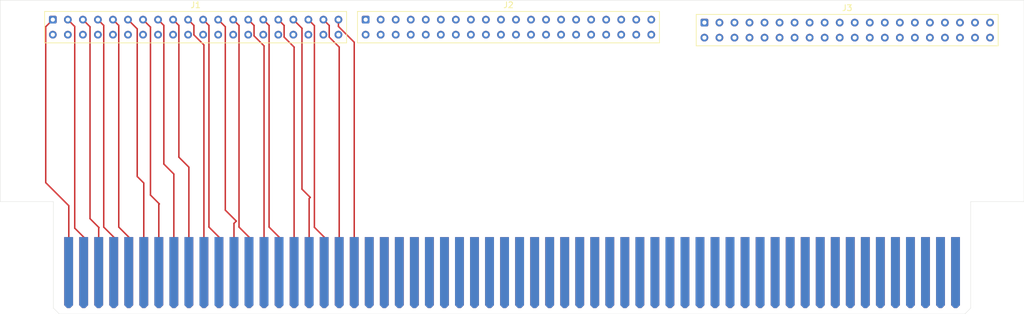
<source format=kicad_pcb>
(kicad_pcb (version 20241229) (generator "pcbnew") (generator_version "9.0")
  (layers (0 "F.Cu" signal) (2 "B.Cu" signal) (13 "F.Paste" user) (15 "B.Paste" user) (5 "F.SilkS" user "F.Silkscreen") (7 "B.SilkS" user "B.Silkscreen") (1 "F.Mask" user) (3 "B.Mask" user) (25 "Edge.Cuts" user))
  (net 0 "")
  (net 1 "74")
  (net 2 "14")
  (net 3 "60")
  (net 4 "11")
  (net 5 "1")
  (net 6 "48")
  (net 7 "27")
  (net 8 "41")
  (net 9 "50")
  (net 10 "63")
  (net 11 "58")
  (net 12 "56")
  (net 13 "46")
  (net 14 "68")
  (net 15 "22")
  (net 16 "64")
  (net 17 "16")
  (net 18 "38")
  (net 19 "28")
  (net 20 "34")
  (net 21 "25")
  (net 22 "32")
  (net 23 "77")
  (net 24 "2")
  (net 25 "76")
  (net 26 "54")
  (net 27 "55")
  (net 28 "66")
  (net 29 "79")
  (net 30 "61")
  (net 31 "12")
  (net 32 "23")
  (net 33 "9")
  (net 34 "43")
  (net 35 "3")
  (net 36 "6")
  (net 37 "17")
  (net 38 "53")
  (net 39 "47")
  (net 40 "18")
  (net 41 "5")
  (net 42 "59")
  (net 43 "57")
  (net 44 "40")
  (net 45 "52")
  (net 46 "15")
  (net 47 "72")
  (net 48 "78")
  (net 49 "70")
  (net 50 "42")
  (net 51 "26")
  (net 52 "44")
  (net 53 "39")
  (net 54 "7")
  (net 55 "31")
  (net 56 "19")
  (net 57 "49")
  (net 58 "29")
  (net 59 "51")
  (net 60 "24")
  (net 61 "20")
  (net 62 "45")
  (net 63 "21")
  (net 64 "8")
  (net 65 "65")
  (net 66 "37")
  (net 67 "69")
  (net 68 "67")
  (net 69 "71")
  (net 70 "120")
  (net 71 "4")
  (net 72 "62")
  (net 73 "30")
  (net 74 "35")
  (net 75 "33")
  (net 76 "73")
  (net 77 "13")
  (net 78 "75")
  (net 79 "10")
  (net 80 "36")
  (net 81 "96")
  (net 82 "82")
  (net 83 "93")
  (net 84 "81")
  (net 85 "94")
  (net 86 "92")
  (net 87 "106")
  (net 88 "109")
  (net 89 "103")
  (net 90 "108")
  (net 91 "110")
  (net 92 "107")
  (net 93 "84")
  (net 94 "116")
  (net 95 "111")
  (net 96 "101")
  (net 97 "80")
  (net 98 "99")
  (net 99 "88")
  (net 100 "102")
  (net 101 "98")
  (net 102 "100")
  (net 103 "112")
  (net 104 "118")
  (net 105 "119")
  (net 106 "97")
  (net 107 "87")
  (net 108 "114")
  (net 109 "86")
  (net 110 "89")
  (net 111 "115")
  (net 112 "83")
  (net 113 "91")
  (net 114 "113")
  (net 115 "104")
  (net 116 "90")
  (net 117 "117")
  (net 118 "105")
  (net 119 "95")
  (net 120 "85")
  (footprint "Connector_Samtec_HLE_THT:Samtec_HLE-120-02-xx-DV-TE_2x20_P2.54mm_Horizontal" (layer "F.Cu") (at 125.16 53.26)
    (property "Reference" "J2" (at 24.13 -2.47 0) (layer "F.SilkS"))
    (property "Value" "2x20")
    (fp_line (start -1.38 -1.38) (end 49.64 -1.38) (stroke (width 0.12)) (layer "F.SilkS"))
    (fp_line (start -1.38 3.92) (end -1.38 -1.38) (stroke (width 0.12)) (layer "F.SilkS"))
    (fp_line (start 49.64 -1.38) (end 49.64 3.92) (stroke (width 0.12)) (layer "F.SilkS"))
    (fp_line (start 49.64 3.92) (end -1.38 3.92) (stroke (width 0.12)) (layer "F.SilkS"))
    (pad "1" thru_hole roundrect (at 0 0) (size 1.31 1.31) (drill 0.71) (layers "*.Cu" "*.Mask") (roundrect_rratio 0.19084) (net 8 "41"))
    (pad "2" thru_hole circle (at 0 2.54) (size 1.31 1.31) (drill 0.71) (layers "*.Cu" "*.Mask") (net 30 "61"))
    (pad "3" thru_hole circle (at 2.54 0) (size 1.31 1.31) (drill 0.71) (layers "*.Cu" "*.Mask") (net 50 "42"))
    (pad "4" thru_hole circle (at 2.54 2.54) (size 1.31 1.31) (drill 0.71) (layers "*.Cu" "*.Mask") (net 72 "62"))
    (pad "5" thru_hole circle (at 5.08 0) (size 1.31 1.31) (drill 0.71) (layers "*.Cu" "*.Mask") (net 34 "43"))
    (pad "6" thru_hole circle (at 5.08 2.54) (size 1.31 1.31) (drill 0.71) (layers "*.Cu" "*.Mask") (net 10 "63"))
    (pad "7" thru_hole circle (at 7.62 0) (size 1.31 1.31) (drill 0.71) (layers "*.Cu" "*.Mask") (net 52 "44"))
    (pad "8" thru_hole circle (at 7.62 2.54) (size 1.31 1.31) (drill 0.71) (layers "*.Cu" "*.Mask") (net 16 "64"))
    (pad "9" thru_hole circle (at 10.16 0) (size 1.31 1.31) (drill 0.71) (layers "*.Cu" "*.Mask") (net 62 "45"))
    (pad "10" thru_hole circle (at 10.16 2.54) (size 1.31 1.31) (drill 0.71) (layers "*.Cu" "*.Mask") (net 65 "65"))
    (pad "11" thru_hole circle (at 12.7 0) (size 1.31 1.31) (drill 0.71) (layers "*.Cu" "*.Mask") (net 13 "46"))
    (pad "12" thru_hole circle (at 12.7 2.54) (size 1.31 1.31) (drill 0.71) (layers "*.Cu" "*.Mask") (net 28 "66"))
    (pad "13" thru_hole circle (at 15.24 0) (size 1.31 1.31) (drill 0.71) (layers "*.Cu" "*.Mask") (net 39 "47"))
    (pad "14" thru_hole circle (at 15.24 2.54) (size 1.31 1.31) (drill 0.71) (layers "*.Cu" "*.Mask") (net 68 "67"))
    (pad "15" thru_hole circle (at 17.78 0) (size 1.31 1.31) (drill 0.71) (layers "*.Cu" "*.Mask") (net 6 "48"))
    (pad "16" thru_hole circle (at 17.78 2.54) (size 1.31 1.31) (drill 0.71) (layers "*.Cu" "*.Mask") (net 14 "68"))
    (pad "17" thru_hole circle (at 20.32 0) (size 1.31 1.31) (drill 0.71) (layers "*.Cu" "*.Mask") (net 57 "49"))
    (pad "18" thru_hole circle (at 20.32 2.54) (size 1.31 1.31) (drill 0.71) (layers "*.Cu" "*.Mask") (net 67 "69"))
    (pad "19" thru_hole circle (at 22.86 0) (size 1.31 1.31) (drill 0.71) (layers "*.Cu" "*.Mask") (net 9 "50"))
    (pad "20" thru_hole circle (at 22.86 2.54) (size 1.31 1.31) (drill 0.71) (layers "*.Cu" "*.Mask") (net 49 "70"))
    (pad "21" thru_hole circle (at 25.4 0) (size 1.31 1.31) (drill 0.71) (layers "*.Cu" "*.Mask") (net 59 "51"))
    (pad "22" thru_hole circle (at 25.4 2.54) (size 1.31 1.31) (drill 0.71) (layers "*.Cu" "*.Mask") (net 69 "71"))
    (pad "23" thru_hole circle (at 27.94 0) (size 1.31 1.31) (drill 0.71) (layers "*.Cu" "*.Mask") (net 45 "52"))
    (pad "24" thru_hole circle (at 27.94 2.54) (size 1.31 1.31) (drill 0.71) (layers "*.Cu" "*.Mask") (net 47 "72"))
    (pad "25" thru_hole circle (at 30.48 0) (size 1.31 1.31) (drill 0.71) (layers "*.Cu" "*.Mask") (net 38 "53"))
    (pad "26" thru_hole circle (at 30.48 2.54) (size 1.31 1.31) (drill 0.71) (layers "*.Cu" "*.Mask") (net 76 "73"))
    (pad "27" thru_hole circle (at 33.02 0) (size 1.31 1.31) (drill 0.71) (layers "*.Cu" "*.Mask") (net 26 "54"))
    (pad "28" thru_hole circle (at 33.02 2.54) (size 1.31 1.31) (drill 0.71) (layers "*.Cu" "*.Mask") (net 1 "74"))
    (pad "29" thru_hole circle (at 35.56 0) (size 1.31 1.31) (drill 0.71) (layers "*.Cu" "*.Mask") (net 27 "55"))
    (pad "30" thru_hole circle (at 35.56 2.54) (size 1.31 1.31) (drill 0.71) (layers "*.Cu" "*.Mask") (net 78 "75"))
    (pad "31" thru_hole circle (at 38.1 0) (size 1.31 1.31) (drill 0.71) (layers "*.Cu" "*.Mask") (net 12 "56"))
    (pad "32" thru_hole circle (at 38.1 2.54) (size 1.31 1.31) (drill 0.71) (layers "*.Cu" "*.Mask") (net 25 "76"))
    (pad "33" thru_hole circle (at 40.64 0) (size 1.31 1.31) (drill 0.71) (layers "*.Cu" "*.Mask") (net 43 "57"))
    (pad "34" thru_hole circle (at 40.64 2.54) (size 1.31 1.31) (drill 0.71) (layers "*.Cu" "*.Mask") (net 23 "77"))
    (pad "35" thru_hole circle (at 43.18 0) (size 1.31 1.31) (drill 0.71) (layers "*.Cu" "*.Mask") (net 11 "58"))
    (pad "36" thru_hole circle (at 43.18 2.54) (size 1.31 1.31) (drill 0.71) (layers "*.Cu" "*.Mask") (net 48 "78"))
    (pad "37" thru_hole circle (at 45.72 0) (size 1.31 1.31) (drill 0.71) (layers "*.Cu" "*.Mask") (net 42 "59"))
    (pad "38" thru_hole circle (at 45.72 2.54) (size 1.31 1.31) (drill 0.71) (layers "*.Cu" "*.Mask") (net 29 "79"))
    (pad "39" thru_hole circle (at 48.26 0) (size 1.31 1.31) (drill 0.71) (layers "*.Cu" "*.Mask") (net 3 "60"))
    (pad "40" thru_hole circle (at 48.26 2.54) (size 1.31 1.31) (drill 0.71) (layers "*.Cu" "*.Mask") (net 97 "80"))
  )
  (footprint "Library:NeoGeo_Cart_Edge_Connector" (layer "F.Cu") (at 149.9 96)
    (property "Reference" "J4" (hide yes))
    (property "Value" "Edge Connector" (hide yes))
    (pad "1" smd roundrect (at -74.93 0) (size 1.5 12) (layers "F.Cu" "F.Mask") (roundrect_rratio 0) (chamfer_ratio 0.33) (chamfer bottom_left bottom_right) (net 5 "1"))
    (pad "2" smd roundrect (at -72.39 0) (size 1.5 12) (layers "F.Cu" "F.Mask") (roundrect_rratio 0) (chamfer_ratio 0.33) (chamfer bottom_left bottom_right) (net 24 "2"))
    (pad "3" smd roundrect (at -69.85 0) (size 1.5 12) (layers "F.Cu" "F.Mask") (roundrect_rratio 0) (chamfer_ratio 0.33) (chamfer bottom_left bottom_right) (net 35 "3"))
    (pad "4" smd roundrect (at -67.31 0) (size 1.5 12) (layers "F.Cu" "F.Mask") (roundrect_rratio 0) (chamfer_ratio 0.33) (chamfer bottom_left bottom_right) (net 71 "4"))
    (pad "5" smd roundrect (at -64.77 0) (size 1.5 12) (layers "F.Cu" "F.Mask") (roundrect_rratio 0) (chamfer_ratio 0.33) (chamfer bottom_left bottom_right) (net 41 "5"))
    (pad "6" smd roundrect (at -62.23 0) (size 1.5 12) (layers "F.Cu" "F.Mask") (roundrect_rratio 0) (chamfer_ratio 0.33) (chamfer bottom_left bottom_right) (net 36 "6"))
    (pad "7" smd roundrect (at -59.69 0) (size 1.5 12) (layers "F.Cu" "F.Mask") (roundrect_rratio 0) (chamfer_ratio 0.33) (chamfer bottom_left bottom_right) (net 54 "7"))
    (pad "8" smd roundrect (at -57.15 0) (size 1.5 12) (layers "F.Cu" "F.Mask") (roundrect_rratio 0) (chamfer_ratio 0.33) (chamfer bottom_left bottom_right) (net 64 "8"))
    (pad "9" smd roundrect (at -54.61 0) (size 1.5 12) (layers "F.Cu" "F.Mask") (roundrect_rratio 0) (chamfer_ratio 0.33) (chamfer bottom_left bottom_right) (net 33 "9"))
    (pad "10" smd roundrect (at -52.07 0) (size 1.5 12) (layers "F.Cu" "F.Mask") (roundrect_rratio 0) (chamfer_ratio 0.33) (chamfer bottom_left bottom_right) (net 79 "10"))
    (pad "11" smd roundrect (at -49.53 0) (size 1.5 12) (layers "F.Cu" "F.Mask") (roundrect_rratio 0) (chamfer_ratio 0.33) (chamfer bottom_left bottom_right) (net 4 "11"))
    (pad "12" smd roundrect (at -46.99 0) (size 1.5 12) (layers "F.Cu" "F.Mask") (roundrect_rratio 0) (chamfer_ratio 0.33) (chamfer bottom_left bottom_right) (net 31 "12"))
    (pad "13" smd roundrect (at -44.45 0) (size 1.5 12) (layers "F.Cu" "F.Mask") (roundrect_rratio 0) (chamfer_ratio 0.33) (chamfer bottom_left bottom_right) (net 77 "13"))
    (pad "14" smd roundrect (at -41.91 0) (size 1.5 12) (layers "F.Cu" "F.Mask") (roundrect_rratio 0) (chamfer_ratio 0.33) (chamfer bottom_left bottom_right) (net 2 "14"))
    (pad "15" smd roundrect (at -39.37 0) (size 1.5 12) (layers "F.Cu" "F.Mask") (roundrect_rratio 0) (chamfer_ratio 0.33) (chamfer bottom_left bottom_right) (net 46 "15"))
    (pad "16" smd roundrect (at -36.83 0) (size 1.5 12) (layers "F.Cu" "F.Mask") (roundrect_rratio 0) (chamfer_ratio 0.33) (chamfer bottom_left bottom_right) (net 17 "16"))
    (pad "17" smd roundrect (at -34.29 0) (size 1.5 12) (layers "F.Cu" "F.Mask") (roundrect_rratio 0) (chamfer_ratio 0.33) (chamfer bottom_left bottom_right) (net 37 "17"))
    (pad "18" smd roundrect (at -31.75 0) (size 1.5 12) (layers "F.Cu" "F.Mask") (roundrect_rratio 0) (chamfer_ratio 0.33) (chamfer bottom_left bottom_right) (net 40 "18"))
    (pad "19" smd roundrect (at -29.21 0) (size 1.5 12) (layers "F.Cu" "F.Mask") (roundrect_rratio 0) (chamfer_ratio 0.33) (chamfer bottom_left bottom_right) (net 56 "19"))
    (pad "20" smd roundrect (at -26.67 0) (size 1.5 12) (layers "F.Cu" "F.Mask") (roundrect_rratio 0) (chamfer_ratio 0.33) (chamfer bottom_left bottom_right) (net 61 "20"))
    (pad "21" smd roundrect (at -24.13 0) (size 1.5 12) (layers "F.Cu" "F.Mask") (roundrect_rratio 0) (chamfer_ratio 0.33) (chamfer bottom_left bottom_right) (net 63 "21"))
    (pad "22" smd roundrect (at -21.59 0) (size 1.5 12) (layers "F.Cu" "F.Mask") (roundrect_rratio 0) (chamfer_ratio 0.33) (chamfer bottom_left bottom_right) (net 15 "22"))
    (pad "23" smd roundrect (at -19.05 0) (size 1.5 12) (layers "F.Cu" "F.Mask") (roundrect_rratio 0) (chamfer_ratio 0.33) (chamfer bottom_left bottom_right) (net 32 "23"))
    (pad "24" smd roundrect (at -16.51 0) (size 1.5 12) (layers "F.Cu" "F.Mask") (roundrect_rratio 0) (chamfer_ratio 0.33) (chamfer bottom_left bottom_right) (net 60 "24"))
    (pad "25" smd roundrect (at -13.97 0) (size 1.5 12) (layers "F.Cu" "F.Mask") (roundrect_rratio 0) (chamfer_ratio 0.33) (chamfer bottom_left bottom_right) (net 21 "25"))
    (pad "26" smd roundrect (at -11.43 0) (size 1.5 12) (layers "F.Cu" "F.Mask") (roundrect_rratio 0) (chamfer_ratio 0.33) (chamfer bottom_left bottom_right) (net 51 "26"))
    (pad "27" smd roundrect (at -8.89 0) (size 1.5 12) (layers "F.Cu" "F.Mask") (roundrect_rratio 0) (chamfer_ratio 0.33) (chamfer bottom_left bottom_right) (net 7 "27"))
    (pad "28" smd roundrect (at -6.35 0) (size 1.5 12) (layers "F.Cu" "F.Mask") (roundrect_rratio 0) (chamfer_ratio 0.33) (chamfer bottom_left bottom_right) (net 19 "28"))
    (pad "29" smd roundrect (at -3.81 0) (size 1.5 12) (layers "F.Cu" "F.Mask") (roundrect_rratio 0) (chamfer_ratio 0.33) (chamfer bottom_left bottom_right) (net 58 "29"))
    (pad "30" smd roundrect (at -1.27 0) (size 1.5 12) (layers "F.Cu" "F.Mask") (roundrect_rratio 0) (chamfer_ratio 0.33) (chamfer bottom_left bottom_right) (net 73 "30"))
    (pad "31" smd roundrect (at 1.27 0) (size 1.5 12) (layers "F.Cu" "F.Mask") (roundrect_rratio 0) (chamfer_ratio 0.33) (chamfer bottom_left bottom_right) (net 55 "31"))
    (pad "32" smd roundrect (at 3.81 0) (size 1.5 12) (layers "F.Cu" "F.Mask") (roundrect_rratio 0) (chamfer_ratio 0.33) (chamfer bottom_left bottom_right) (net 22 "32"))
    (pad "33" smd roundrect (at 6.35 0) (size 1.5 12) (layers "F.Cu" "F.Mask") (roundrect_rratio 0) (chamfer_ratio 0.33) (chamfer bottom_left bottom_right) (net 75 "33"))
    (pad "34" smd roundrect (at 8.89 0) (size 1.5 12) (layers "F.Cu" "F.Mask") (roundrect_rratio 0) (chamfer_ratio 0.33) (chamfer bottom_left bottom_right) (net 20 "34"))
    (pad "35" smd roundrect (at 11.43 0) (size 1.5 12) (layers "F.Cu" "F.Mask") (roundrect_rratio 0) (chamfer_ratio 0.33) (chamfer bottom_left bottom_right) (net 74 "35"))
    (pad "36" smd roundrect (at 13.97 0) (size 1.5 12) (layers "F.Cu" "F.Mask") (roundrect_rratio 0) (chamfer_ratio 0.33) (chamfer bottom_left bottom_right) (net 80 "36"))
    (pad "37" smd roundrect (at 16.51 0) (size 1.5 12) (layers "F.Cu" "F.Mask") (roundrect_rratio 0) (chamfer_ratio 0.33) (chamfer bottom_left bottom_right) (net 66 "37"))
    (pad "38" smd roundrect (at 19.05 0) (size 1.5 12) (layers "F.Cu" "F.Mask") (roundrect_rratio 0) (chamfer_ratio 0.33) (chamfer bottom_left bottom_right) (net 18 "38"))
    (pad "39" smd roundrect (at 21.59 0) (size 1.5 12) (layers "F.Cu" "F.Mask") (roundrect_rratio 0) (chamfer_ratio 0.33) (chamfer bottom_left bottom_right) (net 53 "39"))
    (pad "40" smd roundrect (at 24.13 0) (size 1.5 12) (layers "F.Cu" "F.Mask") (roundrect_rratio 0) (chamfer_ratio 0.33) (chamfer bottom_left bottom_right) (net 44 "40"))
    (pad "41" smd roundrect (at 26.67 0) (size 1.5 12) (layers "F.Cu" "F.Mask") (roundrect_rratio 0) (chamfer_ratio 0.33) (chamfer bottom_left bottom_right) (net 8 "41"))
    (pad "42" smd roundrect (at 29.21 0) (size 1.5 12) (layers "F.Cu" "F.Mask") (roundrect_rratio 0) (chamfer_ratio 0.33) (chamfer bottom_left bottom_right) (net 50 "42"))
    (pad "43" smd roundrect (at 31.75 0) (size 1.5 12) (layers "F.Cu" "F.Mask") (roundrect_rratio 0) (chamfer_ratio 0.33) (chamfer bottom_left bottom_right) (net 34 "43"))
    (pad "44" smd roundrect (at 34.29 0) (size 1.5 12) (layers "F.Cu" "F.Mask") (roundrect_rratio 0) (chamfer_ratio 0.33) (chamfer bottom_left bottom_right) (net 52 "44"))
    (pad "45" smd roundrect (at 36.83 0) (size 1.5 12) (layers "F.Cu" "F.Mask") (roundrect_rratio 0) (chamfer_ratio 0.33) (chamfer bottom_left bottom_right) (net 62 "45"))
    (pad "46" smd roundrect (at 39.37 0) (size 1.5 12) (layers "F.Cu" "F.Mask") (roundrect_rratio 0) (chamfer_ratio 0.33) (chamfer bottom_left bottom_right) (net 13 "46"))
    (pad "47" smd roundrect (at 41.91 0) (size 1.5 12) (layers "F.Cu" "F.Mask") (roundrect_rratio 0) (chamfer_ratio 0.33) (chamfer bottom_left bottom_right) (net 39 "47"))
    (pad "48" smd roundrect (at 44.45 0) (size 1.5 12) (layers "F.Cu" "F.Mask") (roundrect_rratio 0) (chamfer_ratio 0.33) (chamfer bottom_left bottom_right) (net 6 "48"))
    (pad "49" smd roundrect (at 46.99 0) (size 1.5 12) (layers "F.Cu" "F.Mask") (roundrect_rratio 0) (chamfer_ratio 0.33) (chamfer bottom_left bottom_right) (net 57 "49"))
    (pad "50" smd roundrect (at 49.53 0) (size 1.5 12) (layers "F.Cu" "F.Mask") (roundrect_rratio 0) (chamfer_ratio 0.33) (chamfer bottom_left bottom_right) (net 9 "50"))
    (pad "51" smd roundrect (at 52.07 0) (size 1.5 12) (layers "F.Cu" "F.Mask") (roundrect_rratio 0) (chamfer_ratio 0.33) (chamfer bottom_left bottom_right) (net 59 "51"))
    (pad "52" smd roundrect (at 54.61 0) (size 1.5 12) (layers "F.Cu" "F.Mask") (roundrect_rratio 0) (chamfer_ratio 0.33) (chamfer bottom_left bottom_right) (net 45 "52"))
    (pad "53" smd roundrect (at 57.15 0) (size 1.5 12) (layers "F.Cu" "F.Mask") (roundrect_rratio 0) (chamfer_ratio 0.33) (chamfer bottom_left bottom_right) (net 38 "53"))
    (pad "54" smd roundrect (at 59.69 0) (size 1.5 12) (layers "F.Cu" "F.Mask") (roundrect_rratio 0) (chamfer_ratio 0.33) (chamfer bottom_left bottom_right) (net 26 "54"))
    (pad "55" smd roundrect (at 62.23 0) (size 1.5 12) (layers "F.Cu" "F.Mask") (roundrect_rratio 0) (chamfer_ratio 0.33) (chamfer bottom_left bottom_right) (net 27 "55"))
    (pad "56" smd roundrect (at 64.77 0) (size 1.5 12) (layers "F.Cu" "F.Mask") (roundrect_rratio 0) (chamfer_ratio 0.33) (chamfer bottom_left bottom_right) (net 12 "56"))
    (pad "57" smd roundrect (at 67.31 0) (size 1.5 12) (layers "F.Cu" "F.Mask") (roundrect_rratio 0) (chamfer_ratio 0.33) (chamfer bottom_left bottom_right) (net 43 "57"))
    (pad "58" smd roundrect (at 69.85 0) (size 1.5 12) (layers "F.Cu" "F.Mask") (roundrect_rratio 0) (chamfer_ratio 0.33) (chamfer bottom_left bottom_right) (net 11 "58"))
    (pad "59" smd roundrect (at 72.39 0) (size 1.5 12) (layers "F.Cu" "F.Mask") (roundrect_rratio 0) (chamfer_ratio 0.33) (chamfer bottom_left bottom_right) (net 42 "59"))
    (pad "60" smd roundrect (at 74.93 0) (size 1.5 12) (layers "F.Cu" "F.Mask") (roundrect_rratio 0) (chamfer_ratio 0.33) (chamfer bottom_left bottom_right) (net 3 "60"))
    (pad "61" smd roundrect (at -74.93 0) (size 1.5 12) (layers "B.Cu" "B.Mask") (roundrect_rratio 0) (chamfer_ratio 0.33) (chamfer bottom_left bottom_right) (net 30 "61"))
    (pad "62" smd roundrect (at -72.39 0) (size 1.5 12) (layers "B.Cu" "B.Mask") (roundrect_rratio 0) (chamfer_ratio 0.33) (chamfer bottom_left bottom_right) (net 72 "62"))
    (pad "63" smd roundrect (at -69.85 0) (size 1.5 12) (layers "B.Cu" "B.Mask") (roundrect_rratio 0) (chamfer_ratio 0.33) (chamfer bottom_left bottom_right) (net 10 "63"))
    (pad "64" smd roundrect (at -67.31 0) (size 1.5 12) (layers "B.Cu" "B.Mask") (roundrect_rratio 0) (chamfer_ratio 0.33) (chamfer bottom_left bottom_right) (net 16 "64"))
    (pad "65" smd roundrect (at -64.77 0) (size 1.5 12) (layers "B.Cu" "B.Mask") (roundrect_rratio 0) (chamfer_ratio 0.33) (chamfer bottom_left bottom_right) (net 65 "65"))
    (pad "66" smd roundrect (at -62.23 0) (size 1.5 12) (layers "B.Cu" "B.Mask") (roundrect_rratio 0) (chamfer_ratio 0.33) (chamfer bottom_left bottom_right) (net 28 "66"))
    (pad "67" smd roundrect (at -59.69 0) (size 1.5 12) (layers "B.Cu" "B.Mask") (roundrect_rratio 0) (chamfer_ratio 0.33) (chamfer bottom_left bottom_right) (net 68 "67"))
    (pad "68" smd roundrect (at -57.15 0) (size 1.5 12) (layers "B.Cu" "B.Mask") (roundrect_rratio 0) (chamfer_ratio 0.33) (chamfer bottom_left bottom_right) (net 14 "68"))
    (pad "69" smd roundrect (at -54.61 0) (size 1.5 12) (layers "B.Cu" "B.Mask") (roundrect_rratio 0) (chamfer_ratio 0.33) (chamfer bottom_left bottom_right) (net 67 "69"))
    (pad "70" smd roundrect (at -52.07 0) (size 1.5 12) (layers "B.Cu" "B.Mask") (roundrect_rratio 0) (chamfer_ratio 0.33) (chamfer bottom_left bottom_right) (net 49 "70"))
    (pad "71" smd roundrect (at -49.53 0) (size 1.5 12) (layers "B.Cu" "B.Mask") (roundrect_rratio 0) (chamfer_ratio 0.33) (chamfer bottom_left bottom_right) (net 69 "71"))
    (pad "72" smd roundrect (at -46.99 0) (size 1.5 12) (layers "B.Cu" "B.Mask") (roundrect_rratio 0) (chamfer_ratio 0.33) (chamfer bottom_left bottom_right) (net 47 "72"))
    (pad "73" smd roundrect (at -44.45 0) (size 1.5 12) (layers "B.Cu" "B.Mask") (roundrect_rratio 0) (chamfer_ratio 0.33) (chamfer bottom_left bottom_right) (net 76 "73"))
    (pad "74" smd roundrect (at -41.91 0) (size 1.5 12) (layers "B.Cu" "B.Mask") (roundrect_rratio 0) (chamfer_ratio 0.33) (chamfer bottom_left bottom_right) (net 1 "74"))
    (pad "75" smd roundrect (at -39.37 0) (size 1.5 12) (layers "B.Cu" "B.Mask") (roundrect_rratio 0) (chamfer_ratio 0.33) (chamfer bottom_left bottom_right) (net 78 "75"))
    (pad "76" smd roundrect (at -36.83 0) (size 1.5 12) (layers "B.Cu" "B.Mask") (roundrect_rratio 0) (chamfer_ratio 0.33) (chamfer bottom_left bottom_right) (net 25 "76"))
    (pad "77" smd roundrect (at -34.29 0) (size 1.5 12) (layers "B.Cu" "B.Mask") (roundrect_rratio 0) (chamfer_ratio 0.33) (chamfer bottom_left bottom_right) (net 23 "77"))
    (pad "78" smd roundrect (at -31.75 0) (size 1.5 12) (layers "B.Cu" "B.Mask") (roundrect_rratio 0) (chamfer_ratio 0.33) (chamfer bottom_left bottom_right) (net 48 "78"))
    (pad "79" smd roundrect (at -29.21 0) (size 1.5 12) (layers "B.Cu" "B.Mask") (roundrect_rratio 0) (chamfer_ratio 0.33) (chamfer bottom_left bottom_right) (net 29 "79"))
    (pad "80" smd roundrect (at -26.67 0) (size 1.5 12) (layers "B.Cu" "B.Mask") (roundrect_rratio 0) (chamfer_ratio 0.33) (chamfer bottom_left bottom_right) (net 97 "80"))
    (pad "81" smd roundrect (at -24.13 0) (size 1.5 12) (layers "B.Cu" "B.Mask") (roundrect_rratio 0) (chamfer_ratio 0.33) (chamfer bottom_left bottom_right) (net 84 "81"))
    (pad "82" smd roundrect (at -21.59 0) (size 1.5 12) (layers "B.Cu" "B.Mask") (roundrect_rratio 0) (chamfer_ratio 0.33) (chamfer bottom_left bottom_right) (net 82 "82"))
    (pad "83" smd roundrect (at -19.05 0) (size 1.5 12) (layers "B.Cu" "B.Mask") (roundrect_rratio 0) (chamfer_ratio 0.33) (chamfer bottom_left bottom_right) (net 112 "83"))
    (pad "84" smd roundrect (at -16.51 0) (size 1.5 12) (layers "B.Cu" "B.Mask") (roundrect_rratio 0) (chamfer_ratio 0.33) (chamfer bottom_left bottom_right) (net 93 "84"))
    (pad "85" smd roundrect (at -13.97 0) (size 1.5 12) (layers "B.Cu" "B.Mask") (roundrect_rratio 0) (chamfer_ratio 0.33) (chamfer bottom_left bottom_right) (net 120 "85"))
    (pad "86" smd roundrect (at -11.43 0) (size 1.5 12) (layers "B.Cu" "B.Mask") (roundrect_rratio 0) (chamfer_ratio 0.33) (chamfer bottom_left bottom_right) (net 109 "86"))
    (pad "87" smd roundrect (at -8.89 0) (size 1.5 12) (layers "B.Cu" "B.Mask") (roundrect_rratio 0) (chamfer_ratio 0.33) (chamfer bottom_left bottom_right) (net 107 "87"))
    (pad "88" smd roundrect (at -6.35 0) (size 1.5 12) (layers "B.Cu" "B.Mask") (roundrect_rratio 0) (chamfer_ratio 0.33) (chamfer bottom_left bottom_right) (net 99 "88"))
    (pad "89" smd roundrect (at -3.81 0) (size 1.5 12) (layers "B.Cu" "B.Mask") (roundrect_rratio 0) (chamfer_ratio 0.33) (chamfer bottom_left bottom_right) (net 110 "89"))
    (pad "90" smd roundrect (at -1.27 0) (size 1.5 12) (layers "B.Cu" "B.Mask") (roundrect_rratio 0) (chamfer_ratio 0.33) (chamfer bottom_left bottom_right) (net 116 "90"))
    (pad "91" smd roundrect (at 1.27 0) (size 1.5 12) (layers "B.Cu" "B.Mask") (roundrect_rratio 0) (chamfer_ratio 0.33) (chamfer bottom_left bottom_right) (net 113 "91"))
    (pad "92" smd roundrect (at 3.81 0) (size 1.5 12) (layers "B.Cu" "B.Mask") (roundrect_rratio 0) (chamfer_ratio 0.33) (chamfer bottom_left bottom_right) (net 86 "92"))
    (pad "93" smd roundrect (at 6.35 0) (size 1.5 12) (layers "B.Cu" "B.Mask") (roundrect_rratio 0) (chamfer_ratio 0.33) (chamfer bottom_left bottom_right) (net 83 "93"))
    (pad "94" smd roundrect (at 8.89 0) (size 1.5 12) (layers "B.Cu" "B.Mask") (roundrect_rratio 0) (chamfer_ratio 0.33) (chamfer bottom_left bottom_right) (net 85 "94"))
    (pad "95" smd roundrect (at 11.43 0) (size 1.5 12) (layers "B.Cu" "B.Mask") (roundrect_rratio 0) (chamfer_ratio 0.33) (chamfer bottom_left bottom_right) (net 119 "95"))
    (pad "96" smd roundrect (at 13.97 0) (size 1.5 12) (layers "B.Cu" "B.Mask") (roundrect_rratio 0) (chamfer_ratio 0.33) (chamfer bottom_left bottom_right) (net 81 "96"))
    (pad "97" smd roundrect (at 16.51 0) (size 1.5 12) (layers "B.Cu" "B.Mask") (roundrect_rratio 0) (chamfer_ratio 0.33) (chamfer bottom_left bottom_right) (net 106 "97"))
    (pad "98" smd roundrect (at 19.05 0) (size 1.5 12) (layers "B.Cu" "B.Mask") (roundrect_rratio 0) (chamfer_ratio 0.33) (chamfer bottom_left bottom_right) (net 101 "98"))
    (pad "99" smd roundrect (at 21.59 0) (size 1.5 12) (layers "B.Cu" "B.Mask") (roundrect_rratio 0) (chamfer_ratio 0.33) (chamfer bottom_left bottom_right) (net 98 "99"))
    (pad "100" smd roundrect (at 24.13 0) (size 1.5 12) (layers "B.Cu" "B.Mask") (roundrect_rratio 0) (chamfer_ratio 0.33) (chamfer bottom_left bottom_right) (net 102 "100"))
    (pad "101" smd roundrect (at 26.67 0) (size 1.5 12) (layers "B.Cu" "B.Mask") (roundrect_rratio 0) (chamfer_ratio 0.33) (chamfer bottom_left bottom_right) (net 96 "101"))
    (pad "102" smd roundrect (at 29.21 0) (size 1.5 12) (layers "B.Cu" "B.Mask") (roundrect_rratio 0) (chamfer_ratio 0.33) (chamfer bottom_left bottom_right) (net 100 "102"))
    (pad "103" smd roundrect (at 31.75 0) (size 1.5 12) (layers "B.Cu" "B.Mask") (roundrect_rratio 0) (chamfer_ratio 0.33) (chamfer bottom_left bottom_right) (net 89 "103"))
    (pad "104" smd roundrect (at 34.29 0) (size 1.5 12) (layers "B.Cu" "B.Mask") (roundrect_rratio 0) (chamfer_ratio 0.33) (chamfer bottom_left bottom_right) (net 115 "104"))
    (pad "105" smd roundrect (at 36.83 0) (size 1.5 12) (layers "B.Cu" "B.Mask") (roundrect_rratio 0) (chamfer_ratio 0.33) (chamfer bottom_left bottom_right) (net 118 "105"))
    (pad "106" smd roundrect (at 39.37 0) (size 1.5 12) (layers "B.Cu" "B.Mask") (roundrect_rratio 0) (chamfer_ratio 0.33) (chamfer bottom_left bottom_right) (net 87 "106"))
    (pad "107" smd roundrect (at 41.91 0) (size 1.5 12) (layers "B.Cu" "B.Mask") (roundrect_rratio 0) (chamfer_ratio 0.33) (chamfer bottom_left bottom_right) (net 92 "107"))
    (pad "108" smd roundrect (at 44.45 0) (size 1.5 12) (layers "B.Cu" "B.Mask") (roundrect_rratio 0) (chamfer_ratio 0.33) (chamfer bottom_left bottom_right) (net 90 "108"))
    (pad "109" smd roundrect (at 46.99 0) (size 1.5 12) (layers "B.Cu" "B.Mask") (roundrect_rratio 0) (chamfer_ratio 0.33) (chamfer bottom_left bottom_right) (net 88 "109"))
    (pad "110" smd roundrect (at 49.53 0) (size 1.5 12) (layers "B.Cu" "B.Mask") (roundrect_rratio 0) (chamfer_ratio 0.33) (chamfer bottom_left bottom_right) (net 91 "110"))
    (pad "111" smd roundrect (at 52.07 0) (size 1.5 12) (layers "B.Cu" "B.Mask") (roundrect_rratio 0) (chamfer_ratio 0.33) (chamfer bottom_left bottom_right) (net 95 "111"))
    (pad "112" smd roundrect (at 54.61 0) (size 1.5 12) (layers "B.Cu" "B.Mask") (roundrect_rratio 0) (chamfer_ratio 0.33) (chamfer bottom_left bottom_right) (net 103 "112"))
    (pad "113" smd roundrect (at 57.15 0) (size 1.5 12) (layers "B.Cu" "B.Mask") (roundrect_rratio 0) (chamfer_ratio 0.33) (chamfer bottom_left bottom_right) (net 114 "113"))
    (pad "114" smd roundrect (at 59.69 0) (size 1.5 12) (layers "B.Cu" "B.Mask") (roundrect_rratio 0) (chamfer_ratio 0.33) (chamfer bottom_left bottom_right) (net 108 "114"))
    (pad "115" smd roundrect (at 62.23 0) (size 1.5 12) (layers "B.Cu" "B.Mask") (roundrect_rratio 0) (chamfer_ratio 0.33) (chamfer bottom_left bottom_right) (net 111 "115"))
    (pad "116" smd roundrect (at 64.77 0) (size 1.5 12) (layers "B.Cu" "B.Mask") (roundrect_rratio 0) (chamfer_ratio 0.33) (chamfer bottom_left bottom_right) (net 94 "116"))
    (pad "117" smd roundrect (at 67.31 0) (size 1.5 12) (layers "B.Cu" "B.Mask") (roundrect_rratio 0) (chamfer_ratio 0.33) (chamfer bottom_left bottom_right) (net 117 "117"))
    (pad "118" smd roundrect (at 69.85 0) (size 1.5 12) (layers "B.Cu" "B.Mask") (roundrect_rratio 0) (chamfer_ratio 0.33) (chamfer bottom_left bottom_right) (net 104 "118"))
    (pad "119" smd roundrect (at 72.39 0) (size 1.5 12) (layers "B.Cu" "B.Mask") (roundrect_rratio 0) (chamfer_ratio 0.33) (chamfer bottom_left bottom_right) (net 105 "119"))
    (pad "120" smd roundrect (at 74.93 0) (size 1.5 12) (layers "B.Cu" "B.Mask") (roundrect_rratio 0) (chamfer_ratio 0.33) (chamfer bottom_left bottom_right) (net 70 "120"))
  )
  (footprint "Connector_Samtec_HLE_THT:Samtec_HLE-120-02-xx-DV-TE_2x20_P2.54mm_Horizontal" (layer "F.Cu") (at 182.4 53.76)
    (property "Reference" "J3" (at 24.13 -2.47 0) (layer "F.SilkS"))
    (property "Value" "2x20")
    (fp_line (start -1.38 -1.38) (end 49.64 -1.38) (stroke (width 0.12)) (layer "F.SilkS"))
    (fp_line (start -1.38 3.92) (end -1.38 -1.38) (stroke (width 0.12)) (layer "F.SilkS"))
    (fp_line (start 49.64 -1.38) (end 49.64 3.92) (stroke (width 0.12)) (layer "F.SilkS"))
    (fp_line (start 49.64 3.92) (end -1.38 3.92) (stroke (width 0.12)) (layer "F.SilkS"))
    (pad "1" thru_hole roundrect (at 0 0) (size 1.31 1.31) (drill 0.71) (layers "*.Cu" "*.Mask") (roundrect_rratio 0.19084) (net 84 "81"))
    (pad "2" thru_hole circle (at 0 2.54) (size 1.31 1.31) (drill 0.71) (layers "*.Cu" "*.Mask") (net 96 "101"))
    (pad "3" thru_hole circle (at 2.54 0) (size 1.31 1.31) (drill 0.71) (layers "*.Cu" "*.Mask") (net 82 "82"))
    (pad "4" thru_hole circle (at 2.54 2.54) (size 1.31 1.31) (drill 0.71) (layers "*.Cu" "*.Mask") (net 100 "102"))
    (pad "5" thru_hole circle (at 5.08 0) (size 1.31 1.31) (drill 0.71) (layers "*.Cu" "*.Mask") (net 112 "83"))
    (pad "6" thru_hole circle (at 5.08 2.54) (size 1.31 1.31) (drill 0.71) (layers "*.Cu" "*.Mask") (net 89 "103"))
    (pad "7" thru_hole circle (at 7.62 0) (size 1.31 1.31) (drill 0.71) (layers "*.Cu" "*.Mask") (net 93 "84"))
    (pad "8" thru_hole circle (at 7.62 2.54) (size 1.31 1.31) (drill 0.71) (layers "*.Cu" "*.Mask") (net 115 "104"))
    (pad "9" thru_hole circle (at 10.16 0) (size 1.31 1.31) (drill 0.71) (layers "*.Cu" "*.Mask") (net 120 "85"))
    (pad "10" thru_hole circle (at 10.16 2.54) (size 1.31 1.31) (drill 0.71) (layers "*.Cu" "*.Mask") (net 118 "105"))
    (pad "11" thru_hole circle (at 12.7 0) (size 1.31 1.31) (drill 0.71) (layers "*.Cu" "*.Mask") (net 109 "86"))
    (pad "12" thru_hole circle (at 12.7 2.54) (size 1.31 1.31) (drill 0.71) (layers "*.Cu" "*.Mask") (net 87 "106"))
    (pad "13" thru_hole circle (at 15.24 0) (size 1.31 1.31) (drill 0.71) (layers "*.Cu" "*.Mask") (net 107 "87"))
    (pad "14" thru_hole circle (at 15.24 2.54) (size 1.31 1.31) (drill 0.71) (layers "*.Cu" "*.Mask") (net 92 "107"))
    (pad "15" thru_hole circle (at 17.78 0) (size 1.31 1.31) (drill 0.71) (layers "*.Cu" "*.Mask") (net 99 "88"))
    (pad "16" thru_hole circle (at 17.78 2.54) (size 1.31 1.31) (drill 0.71) (layers "*.Cu" "*.Mask") (net 90 "108"))
    (pad "17" thru_hole circle (at 20.32 0) (size 1.31 1.31) (drill 0.71) (layers "*.Cu" "*.Mask") (net 110 "89"))
    (pad "18" thru_hole circle (at 20.32 2.54) (size 1.31 1.31) (drill 0.71) (layers "*.Cu" "*.Mask") (net 88 "109"))
    (pad "19" thru_hole circle (at 22.86 0) (size 1.31 1.31) (drill 0.71) (layers "*.Cu" "*.Mask") (net 116 "90"))
    (pad "20" thru_hole circle (at 22.86 2.54) (size 1.31 1.31) (drill 0.71) (layers "*.Cu" "*.Mask") (net 91 "110"))
    (pad "21" thru_hole circle (at 25.4 0) (size 1.31 1.31) (drill 0.71) (layers "*.Cu" "*.Mask") (net 113 "91"))
    (pad "22" thru_hole circle (at 25.4 2.54) (size 1.31 1.31) (drill 0.71) (layers "*.Cu" "*.Mask") (net 95 "111"))
    (pad "23" thru_hole circle (at 27.94 0) (size 1.31 1.31) (drill 0.71) (layers "*.Cu" "*.Mask") (net 86 "92"))
    (pad "24" thru_hole circle (at 27.94 2.54) (size 1.31 1.31) (drill 0.71) (layers "*.Cu" "*.Mask") (net 103 "112"))
    (pad "25" thru_hole circle (at 30.48 0) (size 1.31 1.31) (drill 0.71) (layers "*.Cu" "*.Mask") (net 83 "93"))
    (pad "26" thru_hole circle (at 30.48 2.54) (size 1.31 1.31) (drill 0.71) (layers "*.Cu" "*.Mask") (net 114 "113"))
    (pad "27" thru_hole circle (at 33.02 0) (size 1.31 1.31) (drill 0.71) (layers "*.Cu" "*.Mask") (net 85 "94"))
    (pad "28" thru_hole circle (at 33.02 2.54) (size 1.31 1.31) (drill 0.71) (layers "*.Cu" "*.Mask") (net 108 "114"))
    (pad "29" thru_hole circle (at 35.56 0) (size 1.31 1.31) (drill 0.71) (layers "*.Cu" "*.Mask") (net 119 "95"))
    (pad "30" thru_hole circle (at 35.56 2.54) (size 1.31 1.31) (drill 0.71) (layers "*.Cu" "*.Mask") (net 111 "115"))
    (pad "31" thru_hole circle (at 38.1 0) (size 1.31 1.31) (drill 0.71) (layers "*.Cu" "*.Mask") (net 81 "96"))
    (pad "32" thru_hole circle (at 38.1 2.54) (size 1.31 1.31) (drill 0.71) (layers "*.Cu" "*.Mask") (net 94 "116"))
    (pad "33" thru_hole circle (at 40.64 0) (size 1.31 1.31) (drill 0.71) (layers "*.Cu" "*.Mask") (net 106 "97"))
    (pad "34" thru_hole circle (at 40.64 2.54) (size 1.31 1.31) (drill 0.71) (layers "*.Cu" "*.Mask") (net 117 "117"))
    (pad "35" thru_hole circle (at 43.18 0) (size 1.31 1.31) (drill 0.71) (layers "*.Cu" "*.Mask") (net 101 "98"))
    (pad "36" thru_hole circle (at 43.18 2.54) (size 1.31 1.31) (drill 0.71) (layers "*.Cu" "*.Mask") (net 104 "118"))
    (pad "37" thru_hole circle (at 45.72 0) (size 1.31 1.31) (drill 0.71) (layers "*.Cu" "*.Mask") (net 98 "99"))
    (pad "38" thru_hole circle (at 45.72 2.54) (size 1.31 1.31) (drill 0.71) (layers "*.Cu" "*.Mask") (net 105 "119"))
    (pad "39" thru_hole circle (at 48.26 0) (size 1.31 1.31) (drill 0.71) (layers "*.Cu" "*.Mask") (net 102 "100"))
    (pad "40" thru_hole circle (at 48.26 2.54) (size 1.31 1.31) (drill 0.71) (layers "*.Cu" "*.Mask") (net 70 "120"))
  )
  (footprint "Connector_Samtec_HLE_THT:Samtec_HLE-120-02-xx-DV-TE_2x20_P2.54mm_Horizontal" (layer "F.Cu") (at 72.3 53.26)
    (property "Reference" "J1" (at 24.13 -2.47 0) (layer "F.SilkS"))
    (property "Value" "2x20")
    (fp_line (start -1.38 -1.38) (end 49.64 -1.38) (stroke (width 0.12)) (layer "F.SilkS"))
    (fp_line (start -1.38 3.92) (end -1.38 -1.38) (stroke (width 0.12)) (layer "F.SilkS"))
    (fp_line (start 49.64 -1.38) (end 49.64 3.92) (stroke (width 0.12)) (layer "F.SilkS"))
    (fp_line (start 49.64 3.92) (end -1.38 3.92) (stroke (width 0.12)) (layer "F.SilkS"))
    (pad "1" thru_hole roundrect (at 0 0) (size 1.31 1.31) (drill 0.71) (layers "*.Cu" "*.Mask") (roundrect_rratio 0.19084) (net 5 "1"))
    (pad "2" thru_hole circle (at 0 2.54) (size 1.31 1.31) (drill 0.71) (layers "*.Cu" "*.Mask") (net 63 "21"))
    (pad "3" thru_hole circle (at 2.54 0) (size 1.31 1.31) (drill 0.71) (layers "*.Cu" "*.Mask") (net 24 "2"))
    (pad "4" thru_hole circle (at 2.54 2.54) (size 1.31 1.31) (drill 0.71) (layers "*.Cu" "*.Mask") (net 15 "22"))
    (pad "5" thru_hole circle (at 5.08 0) (size 1.31 1.31) (drill 0.71) (layers "*.Cu" "*.Mask") (net 35 "3"))
    (pad "6" thru_hole circle (at 5.08 2.54) (size 1.31 1.31) (drill 0.71) (layers "*.Cu" "*.Mask") (net 32 "23"))
    (pad "7" thru_hole circle (at 7.62 0) (size 1.31 1.31) (drill 0.71) (layers "*.Cu" "*.Mask") (net 71 "4"))
    (pad "8" thru_hole circle (at 7.62 2.54) (size 1.31 1.31) (drill 0.71) (layers "*.Cu" "*.Mask") (net 60 "24"))
    (pad "9" thru_hole circle (at 10.16 0) (size 1.31 1.31) (drill 0.71) (layers "*.Cu" "*.Mask") (net 41 "5"))
    (pad "10" thru_hole circle (at 10.16 2.54) (size 1.31 1.31) (drill 0.71) (layers "*.Cu" "*.Mask") (net 21 "25"))
    (pad "11" thru_hole circle (at 12.7 0) (size 1.31 1.31) (drill 0.71) (layers "*.Cu" "*.Mask") (net 36 "6"))
    (pad "12" thru_hole circle (at 12.7 2.54) (size 1.31 1.31) (drill 0.71) (layers "*.Cu" "*.Mask") (net 51 "26"))
    (pad "13" thru_hole circle (at 15.24 0) (size 1.31 1.31) (drill 0.71) (layers "*.Cu" "*.Mask") (net 54 "7"))
    (pad "14" thru_hole circle (at 15.24 2.54) (size 1.31 1.31) (drill 0.71) (layers "*.Cu" "*.Mask") (net 7 "27"))
    (pad "15" thru_hole circle (at 17.78 0) (size 1.31 1.31) (drill 0.71) (layers "*.Cu" "*.Mask") (net 64 "8"))
    (pad "16" thru_hole circle (at 17.78 2.54) (size 1.31 1.31) (drill 0.71) (layers "*.Cu" "*.Mask") (net 19 "28"))
    (pad "17" thru_hole circle (at 20.32 0) (size 1.31 1.31) (drill 0.71) (layers "*.Cu" "*.Mask") (net 33 "9"))
    (pad "18" thru_hole circle (at 20.32 2.54) (size 1.31 1.31) (drill 0.71) (layers "*.Cu" "*.Mask") (net 58 "29"))
    (pad "19" thru_hole circle (at 22.86 0) (size 1.31 1.31) (drill 0.71) (layers "*.Cu" "*.Mask") (net 79 "10"))
    (pad "20" thru_hole circle (at 22.86 2.54) (size 1.31 1.31) (drill 0.71) (layers "*.Cu" "*.Mask") (net 73 "30"))
    (pad "21" thru_hole circle (at 25.4 0) (size 1.31 1.31) (drill 0.71) (layers "*.Cu" "*.Mask") (net 4 "11"))
    (pad "22" thru_hole circle (at 25.4 2.54) (size 1.31 1.31) (drill 0.71) (layers "*.Cu" "*.Mask") (net 55 "31"))
    (pad "23" thru_hole circle (at 27.94 0) (size 1.31 1.31) (drill 0.71) (layers "*.Cu" "*.Mask") (net 31 "12"))
    (pad "24" thru_hole circle (at 27.94 2.54) (size 1.31 1.31) (drill 0.71) (layers "*.Cu" "*.Mask") (net 22 "32"))
    (pad "25" thru_hole circle (at 30.48 0) (size 1.31 1.31) (drill 0.71) (layers "*.Cu" "*.Mask") (net 77 "13"))
    (pad "26" thru_hole circle (at 30.48 2.54) (size 1.31 1.31) (drill 0.71) (layers "*.Cu" "*.Mask") (net 75 "33"))
    (pad "27" thru_hole circle (at 33.02 0) (size 1.31 1.31) (drill 0.71) (layers "*.Cu" "*.Mask") (net 2 "14"))
    (pad "28" thru_hole circle (at 33.02 2.54) (size 1.31 1.31) (drill 0.71) (layers "*.Cu" "*.Mask") (net 20 "34"))
    (pad "29" thru_hole circle (at 35.56 0) (size 1.31 1.31) (drill 0.71) (layers "*.Cu" "*.Mask") (net 46 "15"))
    (pad "30" thru_hole circle (at 35.56 2.54) (size 1.31 1.31) (drill 0.71) (layers "*.Cu" "*.Mask") (net 74 "35"))
    (pad "31" thru_hole circle (at 38.1 0) (size 1.31 1.31) (drill 0.71) (layers "*.Cu" "*.Mask") (net 17 "16"))
    (pad "32" thru_hole circle (at 38.1 2.54) (size 1.31 1.31) (drill 0.71) (layers "*.Cu" "*.Mask") (net 80 "36"))
    (pad "33" thru_hole circle (at 40.64 0) (size 1.31 1.31) (drill 0.71) (layers "*.Cu" "*.Mask") (net 37 "17"))
    (pad "34" thru_hole circle (at 40.64 2.54) (size 1.31 1.31) (drill 0.71) (layers "*.Cu" "*.Mask") (net 66 "37"))
    (pad "35" thru_hole circle (at 43.18 0) (size 1.31 1.31) (drill 0.71) (layers "*.Cu" "*.Mask") (net 40 "18"))
    (pad "36" thru_hole circle (at 43.18 2.54) (size 1.31 1.31) (drill 0.71) (layers "*.Cu" "*.Mask") (net 18 "38"))
    (pad "37" thru_hole circle (at 45.72 0) (size 1.31 1.31) (drill 0.71) (layers "*.Cu" "*.Mask") (net 56 "19"))
    (pad "38" thru_hole circle (at 45.72 2.54) (size 1.31 1.31) (drill 0.71) (layers "*.Cu" "*.Mask") (net 53 "39"))
    (pad "39" thru_hole circle (at 48.26 0) (size 1.31 1.31) (drill 0.71) (layers "*.Cu" "*.Mask") (net 61 "20"))
    (pad "40" thru_hole circle (at 48.26 2.54) (size 1.31 1.31) (drill 0.71) (layers "*.Cu" "*.Mask") (net 44 "40"))
  )
  (gr_line (start 227.4 84) (end 236.4 84) (stroke (width 0.05)) (layer "Edge.Cuts"))
  (gr_line (start 226.4 103) (end 227.4 102) (stroke (width 0.05)) (layer "Edge.Cuts"))
  (gr_line (start 72.4 84) (end 72.4 102) (stroke (width 0.05)) (layer "Edge.Cuts"))
  (gr_line (start 226.4 103) (end 73.4 103) (stroke (width 0.05)) (layer "Edge.Cuts"))
  (gr_line (start 63.4 84) (end 72.4 84) (stroke (width 0.05)) (layer "Edge.Cuts"))
  (gr_line (start 236.4 84) (end 236.4 50) (stroke (width 0.05)) (layer "Edge.Cuts"))
  (gr_line (start 236.4 50) (end 63.4 50) (stroke (width 0.05)) (layer "Edge.Cuts"))
  (gr_line (start 63.4 50) (end 63.4 84) (stroke (width 0.05)) (layer "Edge.Cuts"))
  (gr_line (start 72.4 102) (end 73.4 103) (stroke (width 0.05)) (layer "Edge.Cuts"))
  (gr_line (start 227.4 84) (end 227.4 102) (stroke (width 0.05)) (layer "Edge.Cuts"))
  (segment (start 107.99 96) (end 107.99 57.69) (width 0.25) (layer "F.Cu") (net 2))
  (segment (start 106.301 54.241) (end 105.32 53.26) (width 0.25) (layer "F.Cu") (net 2))
  (segment (start 106.301 56.001) (end 106.301 54.241) (width 0.25) (layer "F.Cu") (net 2))
  (segment (start 107.99 57.69) (end 106.301 56.001) (width 0.25) (layer "F.Cu") (net 2))
  (segment (start 98.681 88.311) (end 100.37 90) (width 0.25) (layer "F.Cu") (net 4))
  (segment (start 97.7 53.26) (end 98.681 54.241) (width 0.25) (layer "F.Cu") (net 4))
  (segment (start 98.681 54.241) (end 98.681 88.311) (width 0.25) (layer "F.Cu") (net 4))
  (segment (start 100.37 90) (end 100.37 96) (width 0.25) (layer "F.Cu") (net 4))
  (segment (start 75 84.7) (end 75 95.97) (width 0.25) (layer "F.Cu") (net 5))
  (segment (start 72.3 53.26) (end 71.1 54.46) (width 0.25) (layer "F.Cu") (net 5))
  (segment (start 75 95.97) (end 74.97 96) (width 0.2) (layer "F.Cu") (net 5))
  (segment (start 71.1 80.8) (end 75 84.7) (width 0.25) (layer "F.Cu") (net 5))
  (segment (start 71.1 54.46) (end 71.1 80.8) (width 0.25) (layer "F.Cu") (net 5))
  (segment (start 74.84 55.8) (end 74.9 55.86) (width 0.25) (layer "F.Cu") (net 15))
  (segment (start 113.07 96) (end 113.07 57.895344) (width 0.25) (layer "F.Cu") (net 17))
  (segment (start 111.381 56.206344) (end 111.381 54.241) (width 0.25) (layer "F.Cu") (net 17))
  (segment (start 113.07 57.895344) (end 111.381 56.206344) (width 0.25) (layer "F.Cu") (net 17))
  (segment (start 111.381 54.241) (end 110.4 53.26) (width 0.25) (layer "F.Cu") (net 17))
  (segment (start 76 54.42) (end 76 88.49) (width 0.25) (layer "F.Cu") (net 24))
  (segment (start 74.84 53.26) (end 76 54.42) (width 0.25) (layer "F.Cu") (net 24))
  (segment (start 77.51 90) (end 77.51 96) (width 0.25) (layer "F.Cu") (net 24))
  (segment (start 76 88.49) (end 77.51 90) (width 0.25) (layer "F.Cu") (net 24))
  (segment (start 101.446 54.466) (end 101.446 85.446) (width 0.25) (layer "F.Cu") (net 31))
  (segment (start 103.3 87.3) (end 102.91 87.69) (width 0.25) (layer "F.Cu") (net 31))
  (segment (start 102.91 87.69) (end 102.91 96) (width 0.25) (layer "F.Cu") (net 31))
  (segment (start 100.24 53.26) (end 101.446 54.466) (width 0.25) (layer "F.Cu") (net 31))
  (segment (start 101.446 85.446) (end 103.3 87.3) (width 0.25) (layer "F.Cu") (net 31))
  (segment (start 77.38 55.8) (end 77.4 55.82) (width 0.25) (layer "F.Cu") (net 32))
  (segment (start 93.601 54.241) (end 93.601 76.501) (width 0.25) (layer "F.Cu") (net 33))
  (segment (start 93.601 76.501) (end 95.29 78.19) (width 0.25) (layer "F.Cu") (net 33))
  (segment (start 95.29 78.19) (end 95.29 96) (width 0.25) (layer "F.Cu") (net 33))
  (segment (start 92.62 53.26) (end 93.601 54.241) (width 0.25) (layer "F.Cu") (net 33))
  (segment (start 78.586 54.466) (end 78.586 86.886) (width 0.25) (layer "F.Cu") (net 35))
  (segment (start 77.38 53.26) (end 78.586 54.466) (width 0.25) (layer "F.Cu") (net 35))
  (segment (start 80.1 88.4) (end 80.05 88.45) (width 0.25) (layer "F.Cu") (net 35))
  (segment (start 78.586 86.886) (end 80.1 88.4) (width 0.25) (layer "F.Cu") (net 35))
  (segment (start 80.05 88.45) (end 80.05 96) (width 0.25) (layer "F.Cu") (net 35))
  (segment (start 85 53.26) (end 86.559 54.819) (width 0.25) (layer "F.Cu") (net 36))
  (segment (start 86.559 79.759) (end 87.67 80.87) (width 0.25) (layer "F.Cu") (net 36))
  (segment (start 86.559 54.819) (end 86.559 79.759) (width 0.25) (layer "F.Cu") (net 36))
  (segment (start 87.67 80.87) (end 87.67 96) (width 0.25) (layer "F.Cu") (net 36))
  (segment (start 114.4 54.72) (end 114.4 81.9) (width 0.25) (layer "F.Cu") (net 37))
  (segment (start 115.61 83.49) (end 115.61 96) (width 0.25) (layer "F.Cu") (net 37))
  (segment (start 114.4 81.9) (end 115.8 83.3) (width 0.25) (layer "F.Cu") (net 37))
  (segment (start 112.94 53.26) (end 114.4 54.72) (width 0.25) (layer "F.Cu") (net 37))
  (segment (start 115.8 83.3) (end 115.61 83.49) (width 0.25) (layer "F.Cu") (net 37))
  (segment (start 118.15 96) (end 118.15 90) (width 0.25) (layer "F.Cu") (net 40))
  (segment (start 116.5 54.28) (end 115.48 53.26) (width 0.25) (layer "F.Cu") (net 40))
  (segment (start 118.15 90) (end 116.5 88.35) (width 0.25) (layer "F.Cu") (net 40))
  (segment (start 116.5 88.35) (end 116.5 54.28) (width 0.25) (layer "F.Cu") (net 40))
  (segment (start 82.46 53.26) (end 83.441 54.241) (width 0.25) (layer "F.Cu") (net 41))
  (segment (start 85.13 90) (end 85.13 96) (width 0.25) (layer "F.Cu") (net 41))
  (segment (start 83.441 88.311) (end 85.13 90) (width 0.25) (layer "F.Cu") (net 41))
  (segment (start 83.441 54.241) (end 83.441 88.311) (width 0.25) (layer "F.Cu") (net 41))
  (segment (start 110.53 90) (end 110.53 96) (width 0.25) (layer "F.Cu") (net 46))
  (segment (start 108.841 88.311) (end 110.53 90) (width 0.25) (layer "F.Cu") (net 46))
  (segment (start 108.841 54.241) (end 108.841 88.311) (width 0.25) (layer "F.Cu") (net 46))
  (segment (start 107.86 53.26) (end 108.841 54.241) (width 0.25) (layer "F.Cu") (net 46))
  (segment (start 88.8 82.9) (end 90.3 84.4) (width 0.25) (layer "F.Cu") (net 54))
  (segment (start 90.3 84.4) (end 90.21 84.49) (width 0.25) (layer "F.Cu") (net 54))
  (segment (start 87.54 53.26) (end 88.8 54.52) (width 0.25) (layer "F.Cu") (net 54))
  (segment (start 90.21 84.49) (end 90.21 96) (width 0.25) (layer "F.Cu") (net 54))
  (segment (start 88.8 54.52) (end 88.8 82.9) (width 0.25) (layer "F.Cu") (net 54))
  (segment (start 120.69 96) (end 120.69 57.895344) (width 0.25) (layer "F.Cu") (net 56))
  (segment (start 119.001 54.241) (end 118.02 53.26) (width 0.25) (layer "F.Cu") (net 56))
  (segment (start 119.001 56.206344) (end 119.001 54.241) (width 0.25) (layer "F.Cu") (net 56))
  (segment (start 120.69 57.895344) (end 119.001 56.206344) (width 0.25) (layer "F.Cu") (net 56))
  (segment (start 123.23 57.082656) (end 120.56 54.412656) (width 0.25) (layer "F.Cu") (net 61))
  (segment (start 120.56 54.412656) (end 120.56 53.26) (width 0.25) (layer "F.Cu") (net 61))
  (segment (start 123.23 96) (end 123.23 57.082656) (width 0.25) (layer "F.Cu") (net 61))
  (segment (start 91.061 77.661) (end 92.75 79.35) (width 0.25) (layer "F.Cu") (net 64))
  (segment (start 91.061 54.241) (end 91.061 77.661) (width 0.25) (layer "F.Cu") (net 64))
  (segment (start 92.75 79.35) (end 92.75 96) (width 0.25) (layer "F.Cu") (net 64))
  (segment (start 90.08 53.26) (end 91.061 54.241) (width 0.25) (layer "F.Cu") (net 64))
  (segment (start 80.901 54.241) (end 80.901 88.311) (width 0.25) (layer "F.Cu") (net 71))
  (segment (start 80.901 88.311) (end 82.59 90) (width 0.25) (layer "F.Cu") (net 71))
  (segment (start 82.59 90) (end 82.59 96) (width 0.25) (layer "F.Cu") (net 71))
  (segment (start 79.92 53.26) (end 80.901 54.241) (width 0.25) (layer "F.Cu") (net 71))
  (segment (start 102.78 53.26) (end 103.761 54.241) (width 0.25) (layer "F.Cu") (net 77))
  (segment (start 103.761 54.241) (end 103.761 88.311) (width 0.25) (layer "F.Cu") (net 77))
  (segment (start 103.761 88.311) (end 105.45 90) (width 0.25) (layer "F.Cu") (net 77))
  (segment (start 105.45 90) (end 105.45 96) (width 0.25) (layer "F.Cu") (net 77))
  (segment (start 96.141 54.241) (end 95.16 53.26) (width 0.25) (layer "F.Cu") (net 79))
  (segment (start 97.83 96) (end 97.83 57.53) (width 0.25) (layer "F.Cu") (net 79))
  (segment (start 96.141 55.841) (end 96.141 54.241) (width 0.25) (layer "F.Cu") (net 79))
  (segment (start 97.83 57.53) (end 96.141 55.841) (width 0.25) (layer "F.Cu") (net 79))
)
</source>
